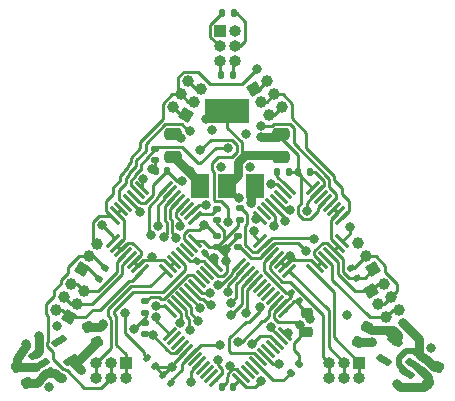
<source format=gbr>
%TF.GenerationSoftware,KiCad,Pcbnew,7.0.0-da2b9df05c~163~ubuntu22.04.1*%
%TF.CreationDate,2023-02-23T13:52:18+03:00*%
%TF.ProjectId,freeeeg16-alpha,66726565-6565-4673-9136-2d616c706861,rev?*%
%TF.SameCoordinates,Original*%
%TF.FileFunction,Copper,L4,Bot*%
%TF.FilePolarity,Positive*%
%FSLAX46Y46*%
G04 Gerber Fmt 4.6, Leading zero omitted, Abs format (unit mm)*
G04 Created by KiCad (PCBNEW 7.0.0-da2b9df05c~163~ubuntu22.04.1) date 2023-02-23 13:52:18*
%MOMM*%
%LPD*%
G01*
G04 APERTURE LIST*
G04 Aperture macros list*
%AMRoundRect*
0 Rectangle with rounded corners*
0 $1 Rounding radius*
0 $2 $3 $4 $5 $6 $7 $8 $9 X,Y pos of 4 corners*
0 Add a 4 corners polygon primitive as box body*
4,1,4,$2,$3,$4,$5,$6,$7,$8,$9,$2,$3,0*
0 Add four circle primitives for the rounded corners*
1,1,$1+$1,$2,$3*
1,1,$1+$1,$4,$5*
1,1,$1+$1,$6,$7*
1,1,$1+$1,$8,$9*
0 Add four rect primitives between the rounded corners*
20,1,$1+$1,$2,$3,$4,$5,0*
20,1,$1+$1,$4,$5,$6,$7,0*
20,1,$1+$1,$6,$7,$8,$9,0*
20,1,$1+$1,$8,$9,$2,$3,0*%
%AMHorizOval*
0 Thick line with rounded ends*
0 $1 width*
0 $2 $3 position (X,Y) of the first rounded end (center of the circle)*
0 $4 $5 position (X,Y) of the second rounded end (center of the circle)*
0 Add line between two ends*
20,1,$1,$2,$3,$4,$5,0*
0 Add two circle primitives to create the rounded ends*
1,1,$1,$2,$3*
1,1,$1,$4,$5*%
%AMRotRect*
0 Rectangle, with rotation*
0 The origin of the aperture is its center*
0 $1 length*
0 $2 width*
0 $3 Rotation angle, in degrees counterclockwise*
0 Add horizontal line*
21,1,$1,$2,0,0,$3*%
G04 Aperture macros list end*
%TA.AperFunction,ComponentPad*%
%ADD10R,1.000000X1.000000*%
%TD*%
%TA.AperFunction,ComponentPad*%
%ADD11O,1.000000X1.000000*%
%TD*%
%TA.AperFunction,ComponentPad*%
%ADD12RotRect,1.000000X1.000000X210.000000*%
%TD*%
%TA.AperFunction,ComponentPad*%
%ADD13HorizOval,1.000000X0.000000X0.000000X0.000000X0.000000X0*%
%TD*%
%TA.AperFunction,ComponentPad*%
%ADD14RotRect,1.000000X1.000000X150.000000*%
%TD*%
%TA.AperFunction,ComponentPad*%
%ADD15HorizOval,1.000000X0.000000X0.000000X0.000000X0.000000X0*%
%TD*%
%TA.AperFunction,SMDPad,CuDef*%
%ADD16RoundRect,0.140000X0.170000X-0.140000X0.170000X0.140000X-0.170000X0.140000X-0.170000X-0.140000X0*%
%TD*%
%TA.AperFunction,SMDPad,CuDef*%
%ADD17RoundRect,0.135000X-0.185000X0.135000X-0.185000X-0.135000X0.185000X-0.135000X0.185000X0.135000X0*%
%TD*%
%TA.AperFunction,SMDPad,CuDef*%
%ADD18RoundRect,0.140000X0.140000X0.170000X-0.140000X0.170000X-0.140000X-0.170000X0.140000X-0.170000X0*%
%TD*%
%TA.AperFunction,SMDPad,CuDef*%
%ADD19RoundRect,0.225000X0.329006X-0.069856X0.104006X0.319856X-0.329006X0.069856X-0.104006X-0.319856X0*%
%TD*%
%TA.AperFunction,SMDPad,CuDef*%
%ADD20RoundRect,0.140000X-0.219203X-0.021213X-0.021213X-0.219203X0.219203X0.021213X0.021213X0.219203X0*%
%TD*%
%TA.AperFunction,SMDPad,CuDef*%
%ADD21RoundRect,0.225000X-0.104006X0.319856X-0.329006X-0.069856X0.104006X-0.319856X0.329006X0.069856X0*%
%TD*%
%TA.AperFunction,SMDPad,CuDef*%
%ADD22RoundRect,0.140000X-0.170000X0.140000X-0.170000X-0.140000X0.170000X-0.140000X0.170000X0.140000X0*%
%TD*%
%TA.AperFunction,SMDPad,CuDef*%
%ADD23RoundRect,0.075000X-0.415425X-0.521491X0.521491X0.415425X0.415425X0.521491X-0.521491X-0.415425X0*%
%TD*%
%TA.AperFunction,SMDPad,CuDef*%
%ADD24RoundRect,0.075000X0.415425X-0.521491X0.521491X-0.415425X-0.415425X0.521491X-0.521491X0.415425X0*%
%TD*%
%TA.AperFunction,SMDPad,CuDef*%
%ADD25RoundRect,0.150000X-0.368838X-0.386154X0.518838X0.126346X0.368838X0.386154X-0.518838X-0.126346X0*%
%TD*%
%TA.AperFunction,ComponentPad*%
%ADD26RotRect,1.000000X1.000000X330.000000*%
%TD*%
%TA.AperFunction,ComponentPad*%
%ADD27HorizOval,1.000000X0.000000X0.000000X0.000000X0.000000X0*%
%TD*%
%TA.AperFunction,SMDPad,CuDef*%
%ADD28R,1.500000X2.000000*%
%TD*%
%TA.AperFunction,SMDPad,CuDef*%
%ADD29R,3.800000X2.000000*%
%TD*%
%TA.AperFunction,SMDPad,CuDef*%
%ADD30RoundRect,0.135000X-0.092715X0.209413X-0.227715X-0.024413X0.092715X-0.209413X0.227715X0.024413X0*%
%TD*%
%TA.AperFunction,SMDPad,CuDef*%
%ADD31RoundRect,0.075000X0.530330X-0.424264X-0.424264X0.530330X-0.530330X0.424264X0.424264X-0.530330X0*%
%TD*%
%TA.AperFunction,SMDPad,CuDef*%
%ADD32RoundRect,0.075000X0.530330X0.424264X0.424264X0.530330X-0.530330X-0.424264X-0.424264X-0.530330X0*%
%TD*%
%TA.AperFunction,SMDPad,CuDef*%
%ADD33RoundRect,0.140000X-0.021213X0.219203X-0.219203X0.021213X0.021213X-0.219203X0.219203X-0.021213X0*%
%TD*%
%TA.AperFunction,SMDPad,CuDef*%
%ADD34RoundRect,0.135000X-0.135000X-0.185000X0.135000X-0.185000X0.135000X0.185000X-0.135000X0.185000X0*%
%TD*%
%TA.AperFunction,SMDPad,CuDef*%
%ADD35RoundRect,0.140000X0.219203X0.021213X0.021213X0.219203X-0.219203X-0.021213X-0.021213X-0.219203X0*%
%TD*%
%TA.AperFunction,SMDPad,CuDef*%
%ADD36RoundRect,0.150000X0.518838X-0.126346X-0.368838X0.386154X-0.518838X0.126346X0.368838X-0.386154X0*%
%TD*%
%TA.AperFunction,SMDPad,CuDef*%
%ADD37RoundRect,0.140000X-0.140000X-0.170000X0.140000X-0.170000X0.140000X0.170000X-0.140000X0.170000X0*%
%TD*%
%TA.AperFunction,SMDPad,CuDef*%
%ADD38RoundRect,0.250000X0.475000X-0.250000X0.475000X0.250000X-0.475000X0.250000X-0.475000X-0.250000X0*%
%TD*%
%TA.AperFunction,SMDPad,CuDef*%
%ADD39RoundRect,0.225000X-0.250000X0.225000X-0.250000X-0.225000X0.250000X-0.225000X0.250000X0.225000X0*%
%TD*%
%TA.AperFunction,SMDPad,CuDef*%
%ADD40RoundRect,0.075000X-0.424264X-0.530330X0.530330X0.424264X0.424264X0.530330X-0.530330X-0.424264X0*%
%TD*%
%TA.AperFunction,SMDPad,CuDef*%
%ADD41RoundRect,0.075000X0.424264X-0.530330X0.530330X-0.424264X-0.424264X0.530330X-0.530330X0.424264X0*%
%TD*%
%TA.AperFunction,SMDPad,CuDef*%
%ADD42RoundRect,0.135000X0.035355X-0.226274X0.226274X-0.035355X-0.035355X0.226274X-0.226274X0.035355X0*%
%TD*%
%TA.AperFunction,SMDPad,CuDef*%
%ADD43RoundRect,0.135000X-0.227715X0.024413X-0.092715X-0.209413X0.227715X-0.024413X0.092715X0.209413X0*%
%TD*%
%TA.AperFunction,ViaPad*%
%ADD44C,0.800000*%
%TD*%
%TA.AperFunction,Conductor*%
%ADD45C,0.750000*%
%TD*%
%TA.AperFunction,Conductor*%
%ADD46C,0.250000*%
%TD*%
%TA.AperFunction,Conductor*%
%ADD47C,0.500000*%
%TD*%
G04 APERTURE END LIST*
D10*
%TO.P,J1,1,Pin_1*%
%TO.N,ACC_5_VDDIO*%
X-624999Y19054999D03*
D11*
%TO.P,J1,2,Pin_2*%
%TO.N,CRYSTAL_4_Vin*%
X644999Y19054999D03*
%TO.P,J1,3,Pin_3*%
%TO.N,MCU_18_PB0_ADC1_SYNC{slash}RESET*%
X-624999Y17784999D03*
%TO.P,J1,4,Pin_4*%
%TO.N,ADC1_16_SYNC{slash}RESET*%
X644999Y17784999D03*
%TO.P,J1,5,Pin_5*%
%TO.N,CRYSTAL_3_OUT*%
X-624999Y16514999D03*
%TO.P,J1,6,Pin_6*%
%TO.N,MCU_5_PDO0_RCC_OSC_IN*%
X644999Y16514999D03*
%TD*%
D12*
%TO.P,J3,1,Pin_1*%
%TO.N,ADC1_02_AIN2N*%
X12344399Y-1099851D03*
D13*
%TO.P,J3,2,Pin_2*%
%TO.N,/J17*%
X11709399Y0D03*
%TO.P,J3,3,Pin_3*%
%TO.N,ADC1_09_AIN6P*%
X11074399Y1099852D03*
%TD*%
D14*
%TO.P,J2,1,Pin_1*%
%TO.N,3V3_2_GND*%
X-12346899Y-1104182D03*
D15*
%TO.P,J2,2,Pin_2*%
%TO.N,/J18*%
X-11711899Y-4330D03*
%TO.P,J2,3,Pin_3*%
%TO.N,ADC1_09_AIN6P*%
X-11076899Y1095521D03*
%TD*%
D16*
%TO.P,C36,1*%
%TO.N,ACC_5_VDDIO*%
X-6985000Y-6576000D03*
%TO.P,C36,2*%
%TO.N,3V3_2_GND*%
X-6985000Y-5616000D03*
%TD*%
D10*
%TO.P,J29,1,Pin_1*%
%TO.N,ADC2_08_AIN5P*%
X11167947Y-9026999D03*
D11*
%TO.P,J29,2,Pin_2*%
X11167947Y-10296999D03*
%TO.P,J29,3,Pin_3*%
%TO.N,ADC2_09_AIN6P*%
X9897947Y-9026999D03*
%TO.P,J29,4,Pin_4*%
X9897947Y-10296999D03*
%TO.P,J29,5,Pin_5*%
%TO.N,ADC2_12_AIN7P*%
X8627947Y-9026999D03*
%TO.P,J29,6,Pin_6*%
X8627947Y-10296999D03*
%TD*%
D10*
%TO.P,J28,1,Pin_1*%
%TO.N,ADC1_29_AIN0P*%
X-8630999Y-9026999D03*
D11*
%TO.P,J28,2,Pin_2*%
X-8630999Y-10296999D03*
%TO.P,J28,3,Pin_3*%
%TO.N,/J18*%
X-9900999Y-9026999D03*
%TO.P,J28,4,Pin_4*%
X-9900999Y-10296999D03*
%TO.P,J28,5,Pin_5*%
%TO.N,ADC1_32_AIN1P*%
X-11170999Y-9026999D03*
%TO.P,J28,6,Pin_6*%
X-11170999Y-10296999D03*
%TD*%
D17*
%TO.P,R6,1*%
%TO.N,MCU_20_PB2_BOOT1*%
X-6985000Y-3808000D03*
%TO.P,R6,2*%
%TO.N,3V3_2_GND*%
X-6985000Y-4828000D03*
%TD*%
D18*
%TO.P,C22,1*%
%TO.N,ADC1_14_REFIN*%
X-5108000Y7239000D03*
%TO.P,C22,2*%
%TO.N,3V3_2_GND*%
X-6068000Y7239000D03*
%TD*%
D12*
%TO.P,J31,1,Pin_1*%
%TO.N,ADC2_04_AIN3P*%
X12133110Y-2961164D03*
D13*
%TO.P,J31,2,Pin_2*%
X13232962Y-2326164D03*
%TO.P,J31,3,Pin_3*%
%TO.N,/J17*%
X12768110Y-4061016D03*
%TO.P,J31,4,Pin_4*%
X13867962Y-3426016D03*
%TO.P,J31,5,Pin_5*%
%TO.N,ADC2_05_AIN4P*%
X13403110Y-5160869D03*
%TO.P,J31,6,Pin_6*%
X14502962Y-4525869D03*
%TD*%
D19*
%TO.P,C3,1*%
%TO.N,3V3_1_IN*%
X-17011500Y-10704170D03*
%TO.P,C3,2*%
%TO.N,3V3_2_GND*%
X-17786500Y-9361830D03*
%TD*%
D20*
%TO.P,C20,1*%
%TO.N,3V3_2_GND*%
X-5419411Y-9998389D03*
%TO.P,C20,2*%
%TO.N,MCU_7_NRST*%
X-4740589Y-10677211D03*
%TD*%
D18*
%TO.P,C35,1*%
%TO.N,ACC_5_VDDIO*%
X480000Y-11049000D03*
%TO.P,C35,2*%
%TO.N,3V3_2_GND*%
X-480000Y-11049000D03*
%TD*%
D21*
%TO.P,C2,1*%
%TO.N,ADC1_15_AVDD*%
X11817500Y-5932830D03*
%TO.P,C2,2*%
%TO.N,3V3_2_GND*%
X11042500Y-7275170D03*
%TD*%
%TO.P,C1,1*%
%TO.N,3V3_1_IN*%
X17786500Y-9361830D03*
%TO.P,C1,2*%
%TO.N,3V3_2_GND*%
X17011500Y-10704170D03*
%TD*%
D22*
%TO.P,C5,1*%
%TO.N,ADC1_15_AVDD*%
X1041400Y4061400D03*
%TO.P,C5,2*%
%TO.N,3V3_2_GND*%
X1041400Y3101400D03*
%TD*%
%TO.P,C11,1*%
%TO.N,ADC1_15_AVDD*%
X-6096000Y9088000D03*
%TO.P,C11,2*%
%TO.N,3V3_2_GND*%
X-6096000Y8128000D03*
%TD*%
D23*
%TO.P,U6,1,VBAT*%
%TO.N,ACC_5_VDDIO*%
X-998788Y-10475876D03*
%TO.P,U6,2,PC13*%
%TO.N,/MCU/2_PC13*%
X-1352342Y-10122322D03*
%TO.P,U6,3,PC14*%
%TO.N,/MCU/3_PC14*%
X-1705895Y-9768769D03*
%TO.P,U6,4,PC15*%
%TO.N,/MCU/4_PC15*%
X-2059449Y-9415215D03*
%TO.P,U6,5,PD0*%
%TO.N,MCU_5_PDO0_RCC_OSC_IN*%
X-2413002Y-9061662D03*
%TO.P,U6,6,PD1*%
%TO.N,/MCU/6_PD1*%
X-2766555Y-8708109D03*
%TO.P,U6,7,NRST*%
%TO.N,MCU_7_NRST*%
X-3120109Y-8354555D03*
%TO.P,U6,8,VSSA*%
%TO.N,3V3_2_GND*%
X-3473662Y-8001002D03*
%TO.P,U6,9,VDDA*%
%TO.N,ACC_5_VDDIO*%
X-3827215Y-7647449D03*
%TO.P,U6,10,PA0*%
%TO.N,/MCU/10_PA0*%
X-4180769Y-7293895D03*
%TO.P,U6,11,PA1*%
%TO.N,/MCU/11_PA1*%
X-4534322Y-6940342D03*
%TO.P,U6,12,PA2*%
%TO.N,MCU_12_PA2_USART2_TX*%
X-4887876Y-6586788D03*
D24*
%TO.P,U6,13,PA3*%
%TO.N,MCU_13_PA3_USART2_RX*%
X-4887876Y-4589212D03*
%TO.P,U6,14,PA4*%
%TO.N,ADC1_17_CS*%
X-4534322Y-4235658D03*
%TO.P,U6,15,PA5*%
%TO.N,ADC1_19_SCLK*%
X-4180769Y-3882105D03*
%TO.P,U6,16,PA6*%
%TO.N,ADC1_20_DOUT*%
X-3827215Y-3528551D03*
%TO.P,U6,17,PA7*%
%TO.N,ADC1_21_DIN*%
X-3473662Y-3174998D03*
%TO.P,U6,18,PB0*%
%TO.N,MCU_18_PB0_ADC1_SYNC{slash}RESET*%
X-3120109Y-2821445D03*
%TO.P,U6,19,PB1*%
%TO.N,ADC1_18_DRDY*%
X-2766555Y-2467891D03*
%TO.P,U6,20,PB2*%
%TO.N,MCU_20_PB2_BOOT1*%
X-2413002Y-2114338D03*
%TO.P,U6,21,PB10*%
%TO.N,/MCU/21_PB10*%
X-2059449Y-1760785D03*
%TO.P,U6,22,PB11*%
%TO.N,/MCU/22_PB11*%
X-1705895Y-1407231D03*
%TO.P,U6,23,VSS*%
%TO.N,3V3_2_GND*%
X-1352342Y-1053678D03*
%TO.P,U6,24,VDD*%
%TO.N,ACC_5_VDDIO*%
X-998788Y-700124D03*
D23*
%TO.P,U6,25,PB12*%
%TO.N,ADC2_17_CS*%
X998788Y-700124D03*
%TO.P,U6,26,PB13*%
%TO.N,ADC2_19_SCLK*%
X1352342Y-1053678D03*
%TO.P,U6,27,PB14*%
%TO.N,ADC2_20_DOUT*%
X1705895Y-1407231D03*
%TO.P,U6,28,PB15*%
%TO.N,ADC2_21_DIN*%
X2059449Y-1760785D03*
%TO.P,U6,29,PA8*%
%TO.N,ADC1_23_XTAL1{slash}CLKIN*%
X2413002Y-2114338D03*
%TO.P,U6,30,PA9*%
%TO.N,/MCU/30_PA9*%
X2766555Y-2467891D03*
%TO.P,U6,31,PA10*%
%TO.N,/MCU/31_PA10*%
X3120109Y-2821445D03*
%TO.P,U6,32,PA11*%
%TO.N,/MCU/32_PA11*%
X3473662Y-3174998D03*
%TO.P,U6,33,PA12*%
%TO.N,/MCU/33_PA12*%
X3827215Y-3528551D03*
%TO.P,U6,34,PA13*%
%TO.N,MCU_34_PA13_SYS_JTMS-SWDIO*%
X4180769Y-3882105D03*
%TO.P,U6,35,VSS*%
%TO.N,3V3_2_GND*%
X4534322Y-4235658D03*
%TO.P,U6,36,VDD*%
%TO.N,ACC_5_VDDIO*%
X4887876Y-4589212D03*
D24*
%TO.P,U6,37,PA14*%
%TO.N,MCU_37_PA14_SYS_JTCK-SWCLK*%
X4887876Y-6586788D03*
%TO.P,U6,38,PA15*%
%TO.N,MCU_38_PA15_SYS_JTDI*%
X4534322Y-6940342D03*
%TO.P,U6,39,PB3*%
%TO.N,MCU_39_PB3_SYS_JTDO-TRACESWO*%
X4180769Y-7293895D03*
%TO.P,U6,40,PB4*%
%TO.N,/MCU/40_PB4*%
X3827215Y-7647449D03*
%TO.P,U6,41,PB5*%
%TO.N,/MCU/41_PB5*%
X3473662Y-8001002D03*
%TO.P,U6,42,PB6*%
%TO.N,ACC_13_SCL*%
X3120109Y-8354555D03*
%TO.P,U6,43,PB7*%
%TO.N,ACC_14_SDA*%
X2766555Y-8708109D03*
%TO.P,U6,44,BOOT0*%
%TO.N,MCU_44_BOOT0*%
X2413002Y-9061662D03*
%TO.P,U6,45,PB8*%
%TO.N,/MCU/45_PB8*%
X2059449Y-9415215D03*
%TO.P,U6,46,PB9*%
%TO.N,/MCU/46_PB9*%
X1705895Y-9768769D03*
%TO.P,U6,47,VSS*%
%TO.N,3V3_2_GND*%
X1352342Y-10122322D03*
%TO.P,U6,48,VDD*%
%TO.N,ACC_5_VDDIO*%
X998788Y-10475876D03*
%TD*%
D16*
%TO.P,C21,1*%
%TO.N,ADC1_14_REFIN*%
X889000Y790000D03*
%TO.P,C21,2*%
%TO.N,3V3_2_GND*%
X889000Y1750000D03*
%TD*%
D25*
%TO.P,U4,1,IN*%
%TO.N,3V3_1_IN*%
X-15242104Y-9900474D03*
%TO.P,U4,2,GND*%
%TO.N,3V3_2_GND*%
X-15717104Y-9077750D03*
%TO.P,U4,3,EN*%
%TO.N,3V3_1_IN*%
X-16192104Y-8255026D03*
%TO.P,U4,4,N/C*%
%TO.N,unconnected-(U4-N{slash}C-Pad4)*%
X-14221896Y-7117526D03*
%TO.P,U4,5,OUT*%
%TO.N,ADC1_26_DVDD*%
X-13271896Y-8762974D03*
%TD*%
D26*
%TO.P,J32,1,Pin_1*%
%TO.N,ADC1_08_AIN5P*%
X-3502111Y11988166D03*
D27*
%TO.P,J32,2,Pin_2*%
X-4601963Y12623166D03*
%TO.P,J32,3,Pin_3*%
%TO.N,ADC1_09_AIN6P*%
X-2867111Y13088018D03*
%TO.P,J32,4,Pin_4*%
X-3966963Y13723018D03*
%TO.P,J32,5,Pin_5*%
%TO.N,ADC1_12_AIN7P*%
X-2232111Y14187871D03*
%TO.P,J32,6,Pin_6*%
X-3331963Y14822871D03*
%TD*%
D28*
%TO.P,U10,1,GND*%
%TO.N,3V3_2_GND*%
X2299999Y5993999D03*
%TO.P,U10,2,VO*%
%TO.N,3V3_5_OUT*%
X0Y5993999D03*
D29*
X0Y12293999D03*
D28*
%TO.P,U10,3,VI*%
%TO.N,3V3_1_IN*%
X-2299999Y5993999D03*
%TD*%
D22*
%TO.P,C12,1*%
%TO.N,/ADC1/24_CAP*%
X-889000Y4036000D03*
%TO.P,C12,2*%
%TO.N,3V3_2_GND*%
X-889000Y3076000D03*
%TD*%
D30*
%TO.P,R8,1*%
%TO.N,/J18*%
X-10387600Y-1006127D03*
%TO.P,R8,2*%
%TO.N,3V3_2_GND*%
X-10897600Y-1889473D03*
%TD*%
D31*
%TO.P,U3,1,AIN2P*%
%TO.N,ADC2_01_AIN2P*%
X9705501Y1278373D03*
%TO.P,U3,2,AIN2N*%
%TO.N,ADC1_02_AIN2N*%
X9351948Y924819D03*
%TO.P,U3,3,AIN3N*%
X8998394Y571266D03*
%TO.P,U3,4,AIN3P*%
%TO.N,ADC2_04_AIN3P*%
X8644841Y217713D03*
%TO.P,U3,5,AIN4P*%
%TO.N,ADC2_05_AIN4P*%
X8291287Y-135841D03*
%TO.P,U3,6,AIN4N*%
%TO.N,ADC1_02_AIN2N*%
X7937734Y-489394D03*
%TO.P,U3,7,AIN5N*%
X7584181Y-842948D03*
%TO.P,U3,8,AIN5P*%
%TO.N,ADC2_08_AIN5P*%
X7230627Y-1196501D03*
D32*
%TO.P,U3,9,AIN6P*%
%TO.N,ADC2_09_AIN6P*%
X5215373Y-1196501D03*
%TO.P,U3,10,AIN6N*%
%TO.N,ADC1_02_AIN2N*%
X4861819Y-842948D03*
%TO.P,U3,11,AIN7N*%
X4508266Y-489394D03*
%TO.P,U3,12,AIN7P*%
%TO.N,ADC2_12_AIN7P*%
X4154713Y-135841D03*
%TO.P,U3,13,AGND*%
%TO.N,3V3_2_GND*%
X3801159Y217713D03*
%TO.P,U3,14,REFIN*%
%TO.N,ADC1_14_REFIN*%
X3447606Y571266D03*
%TO.P,U3,15,AVDD*%
%TO.N,ADC1_15_AVDD*%
X3094052Y924819D03*
%TO.P,U3,16,SYNC/RESET*%
%TO.N,ADC1_16_SYNC{slash}RESET*%
X2740499Y1278373D03*
D31*
%TO.P,U3,17,CS*%
%TO.N,ADC2_17_CS*%
X2740499Y3293627D03*
%TO.P,U3,18,DRDY*%
%TO.N,ADC2_18_DRDY*%
X3094052Y3647181D03*
%TO.P,U3,19,SCLK*%
%TO.N,ADC2_19_SCLK*%
X3447606Y4000734D03*
%TO.P,U3,20,DOUT*%
%TO.N,ADC2_20_DOUT*%
X3801159Y4354287D03*
%TO.P,U3,21,DIN*%
%TO.N,ADC2_21_DIN*%
X4154713Y4707841D03*
%TO.P,U3,22,XTAL2*%
%TO.N,/ADC2/22_XTAL2*%
X4508266Y5061394D03*
%TO.P,U3,23,XTAL1/CLKIN*%
%TO.N,ADC1_23_XTAL1{slash}CLKIN*%
X4861819Y5414948D03*
%TO.P,U3,24,CAP*%
%TO.N,/ADC2/24_CAP*%
X5215373Y5768501D03*
D32*
%TO.P,U3,25,DGND*%
%TO.N,3V3_2_GND*%
X7230627Y5768501D03*
%TO.P,U3,26,DVDD*%
%TO.N,ADC1_26_DVDD*%
X7584181Y5414948D03*
%TO.P,U3,27,NC*%
%TO.N,/ADC2/27_NC*%
X7937734Y5061394D03*
%TO.P,U3,28,AGND*%
%TO.N,3V3_2_GND*%
X8291287Y4707841D03*
%TO.P,U3,29,AIN0P*%
%TO.N,ADC2_29_AIN0P*%
X8644841Y4354287D03*
%TO.P,U3,30,AIN0N*%
%TO.N,ADC1_02_AIN2N*%
X8998394Y4000734D03*
%TO.P,U3,31,AIN1N*%
X9351948Y3647181D03*
%TO.P,U3,32,AIN1P*%
%TO.N,ADC2_32_AIN1P*%
X9705501Y3293627D03*
%TD*%
D33*
%TO.P,C33,1*%
%TO.N,ACC_5_VDDIO*%
X-1905000Y254000D03*
%TO.P,C33,2*%
%TO.N,3V3_2_GND*%
X-2583822Y-424822D03*
%TD*%
D19*
%TO.P,C4,1*%
%TO.N,ADC1_26_DVDD*%
X-11042500Y-7275170D03*
%TO.P,C4,2*%
%TO.N,3V3_2_GND*%
X-11817500Y-5932830D03*
%TD*%
D12*
%TO.P,J33,1,Pin_1*%
%TO.N,ADC2_29_AIN0P*%
X2233636Y14185226D03*
D13*
%TO.P,J33,2,Pin_2*%
X3333488Y14820226D03*
%TO.P,J33,3,Pin_3*%
%TO.N,ADC2_32_AIN1P*%
X2868636Y13085374D03*
%TO.P,J33,4,Pin_4*%
X3968488Y13720374D03*
%TO.P,J33,5,Pin_5*%
%TO.N,ADC2_01_AIN2P*%
X3503636Y11985521D03*
%TO.P,J33,6,Pin_6*%
X4603488Y12620521D03*
%TD*%
D34*
%TO.P,R4,1*%
%TO.N,CRYSTAL_3_OUT*%
X-510000Y15367000D03*
%TO.P,R4,2*%
%TO.N,MCU_5_PDO0_RCC_OSC_IN*%
X510000Y15367000D03*
%TD*%
D35*
%TO.P,C41,1*%
%TO.N,3V3_2_GND*%
X-6162989Y-9280211D03*
%TO.P,C41,2*%
%TO.N,RADIO_8_GPIO9*%
X-6841811Y-8601389D03*
%TD*%
D36*
%TO.P,U7,1,IN*%
%TO.N,3V3_1_IN*%
X16192104Y-8255026D03*
%TO.P,U7,2,GND*%
%TO.N,3V3_2_GND*%
X15717104Y-9077750D03*
%TO.P,U7,3,EN*%
%TO.N,3V3_1_IN*%
X15242104Y-9900474D03*
%TO.P,U7,4,N/C*%
%TO.N,unconnected-(U7-N{slash}C-Pad4)*%
X13271896Y-8762974D03*
%TO.P,U7,5,OUT*%
%TO.N,ADC1_15_AVDD*%
X14221896Y-7117526D03*
%TD*%
D26*
%TO.P,J30,1,Pin_1*%
%TO.N,ADC1_01_AIN2P*%
X-13401585Y-5158224D03*
D27*
%TO.P,J30,2,Pin_2*%
X-14501437Y-4523224D03*
%TO.P,J30,3,Pin_3*%
%TO.N,ADC1_04_AIN3P*%
X-12766585Y-4058372D03*
%TO.P,J30,4,Pin_4*%
X-13866437Y-3423372D03*
%TO.P,J30,5,Pin_5*%
%TO.N,ADC1_05_AIN4P*%
X-12131585Y-2958519D03*
%TO.P,J30,6,Pin_6*%
X-13231437Y-2323519D03*
%TD*%
D37*
%TO.P,C6,1*%
%TO.N,/ADC2/24_CAP*%
X4219000Y7112000D03*
%TO.P,C6,2*%
%TO.N,3V3_2_GND*%
X5179000Y7112000D03*
%TD*%
D38*
%TO.P,C16,1*%
%TO.N,3V3_1_IN*%
X-4572000Y8448000D03*
%TO.P,C16,2*%
%TO.N,3V3_2_GND*%
X-4572000Y10348000D03*
%TD*%
D22*
%TO.P,C13,1*%
%TO.N,ADC1_26_DVDD*%
X-889000Y1750000D03*
%TO.P,C13,2*%
%TO.N,3V3_2_GND*%
X-889000Y790000D03*
%TD*%
D39*
%TO.P,C32,1*%
%TO.N,ACC_5_VDDIO*%
X6731000Y-4813000D03*
%TO.P,C32,2*%
%TO.N,3V3_2_GND*%
X6731000Y-6363000D03*
%TD*%
D35*
%TO.P,C34,1*%
%TO.N,ACC_5_VDDIO*%
X6054411Y-3810000D03*
%TO.P,C34,2*%
%TO.N,3V3_2_GND*%
X5375589Y-3131178D03*
%TD*%
D40*
%TO.P,U8,1,AIN2P*%
%TO.N,ADC1_01_AIN2P*%
X-7230627Y-1196501D03*
%TO.P,U8,2,AIN2N*%
%TO.N,ADC1_02_AIN2N*%
X-7584181Y-842948D03*
%TO.P,U8,3,AIN3N*%
X-7937734Y-489394D03*
%TO.P,U8,4,AIN3P*%
%TO.N,ADC1_04_AIN3P*%
X-8291287Y-135841D03*
%TO.P,U8,5,AIN4P*%
%TO.N,ADC1_05_AIN4P*%
X-8644841Y217713D03*
%TO.P,U8,6,AIN4N*%
%TO.N,ADC1_02_AIN2N*%
X-8998394Y571266D03*
%TO.P,U8,7,AIN5N*%
X-9351948Y924819D03*
%TO.P,U8,8,AIN5P*%
%TO.N,ADC1_08_AIN5P*%
X-9705501Y1278373D03*
D41*
%TO.P,U8,9,AIN6P*%
%TO.N,ADC1_09_AIN6P*%
X-9705501Y3293627D03*
%TO.P,U8,10,AIN6N*%
%TO.N,ADC1_02_AIN2N*%
X-9351948Y3647181D03*
%TO.P,U8,11,AIN7N*%
X-8998394Y4000734D03*
%TO.P,U8,12,AIN7P*%
%TO.N,ADC1_12_AIN7P*%
X-8644841Y4354287D03*
%TO.P,U8,13,AGND*%
%TO.N,3V3_2_GND*%
X-8291287Y4707841D03*
%TO.P,U8,14,REFIN*%
%TO.N,ADC1_14_REFIN*%
X-7937734Y5061394D03*
%TO.P,U8,15,AVDD*%
%TO.N,ADC1_15_AVDD*%
X-7584181Y5414948D03*
%TO.P,U8,16,SYNC/RESET*%
%TO.N,ADC1_16_SYNC{slash}RESET*%
X-7230627Y5768501D03*
D40*
%TO.P,U8,17,CS*%
%TO.N,ADC1_17_CS*%
X-5215373Y5768501D03*
%TO.P,U8,18,DRDY*%
%TO.N,ADC1_18_DRDY*%
X-4861819Y5414948D03*
%TO.P,U8,19,SCLK*%
%TO.N,ADC1_19_SCLK*%
X-4508266Y5061394D03*
%TO.P,U8,20,DOUT*%
%TO.N,ADC1_20_DOUT*%
X-4154713Y4707841D03*
%TO.P,U8,21,DIN*%
%TO.N,ADC1_21_DIN*%
X-3801159Y4354287D03*
%TO.P,U8,22,XTAL2*%
%TO.N,/ADC1/22_XTAL2*%
X-3447606Y4000734D03*
%TO.P,U8,23,XTAL1/CLKIN*%
%TO.N,ADC1_23_XTAL1{slash}CLKIN*%
X-3094052Y3647181D03*
%TO.P,U8,24,CAP*%
%TO.N,/ADC1/24_CAP*%
X-2740499Y3293627D03*
D41*
%TO.P,U8,25,DGND*%
%TO.N,3V3_2_GND*%
X-2740499Y1278373D03*
%TO.P,U8,26,DVDD*%
%TO.N,ADC1_26_DVDD*%
X-3094052Y924819D03*
%TO.P,U8,27,NC*%
%TO.N,/ADC1/27_NC*%
X-3447606Y571266D03*
%TO.P,U8,28,AGND*%
%TO.N,3V3_2_GND*%
X-3801159Y217713D03*
%TO.P,U8,29,AIN0P*%
%TO.N,ADC1_29_AIN0P*%
X-4154713Y-135841D03*
%TO.P,U8,30,AIN0N*%
%TO.N,ADC1_02_AIN2N*%
X-4508266Y-489394D03*
%TO.P,U8,31,AIN1N*%
X-4861819Y-842948D03*
%TO.P,U8,32,AIN1P*%
%TO.N,ADC1_32_AIN1P*%
X-5215373Y-1196501D03*
%TD*%
D18*
%TO.P,C7,1*%
%TO.N,ADC1_26_DVDD*%
X6957000Y7112000D03*
%TO.P,C7,2*%
%TO.N,3V3_2_GND*%
X5997000Y7112000D03*
%TD*%
D42*
%TO.P,R5,1*%
%TO.N,MCU_44_BOOT0*%
X5354376Y-9834824D03*
%TO.P,R5,2*%
%TO.N,3V3_2_GND*%
X6075624Y-9113576D03*
%TD*%
D34*
%TO.P,R2,1*%
%TO.N,MCU_18_PB0_ADC1_SYNC{slash}RESET*%
X-492000Y20574000D03*
%TO.P,R2,2*%
%TO.N,ADC1_16_SYNC{slash}RESET*%
X528000Y20574000D03*
%TD*%
D43*
%TO.P,R10,1*%
%TO.N,/J17*%
X10463800Y-955327D03*
%TO.P,R10,2*%
%TO.N,ADC1_02_AIN2N*%
X10973800Y-1838673D03*
%TD*%
D38*
%TO.P,C17,1*%
%TO.N,3V3_5_OUT*%
X4572000Y8448000D03*
%TO.P,C17,2*%
%TO.N,3V3_2_GND*%
X4572000Y10348000D03*
%TD*%
D44*
%TO.N,3V3_5_OUT*%
X952855Y4940900D03*
%TO.N,3V3_2_GND*%
X-10577904Y-5682256D03*
%TO.N,3V3_1_IN*%
X-3167720Y7207999D03*
X-13987908Y-10303090D03*
X-15964500Y-6705600D03*
X14823166Y-5607300D03*
%TO.N,ADC1_15_AVDD*%
X7342072Y1466090D03*
X17224809Y-7774246D03*
X57669Y9170799D03*
X14479264Y-6658590D03*
%TO.N,ADC1_26_DVDD*%
X-1981200Y2641600D03*
X-12368202Y-9654691D03*
X6716707Y3884418D03*
%TO.N,ADC1_14_REFIN*%
X-3844068Y6384068D03*
X6631839Y474212D03*
X10102741Y-4966605D03*
X-587663Y7599508D03*
%TO.N,ACC_5_VDDIO*%
X-6298133Y-6679133D03*
X-806128Y-8764200D03*
X-1099694Y-121403D03*
X7023056Y-5311845D03*
X-14457301Y-5911133D03*
X2844046Y-10517304D03*
%TO.N,ADC2_01_AIN2P*%
X10349900Y2474505D03*
%TO.N,ADC2_17_CS*%
X-812967Y-2405237D03*
X2417436Y3146105D03*
%TO.N,ADC2_29_AIN0P*%
X2873887Y11080071D03*
%TO.N,ADC1_02_AIN2N*%
X-6426200Y-50800D03*
X5334000Y50800D03*
X1873598Y7594734D03*
%TO.N,ADC1_08_AIN5P*%
X-10622859Y2653900D03*
%TO.N,ADC1_09_AIN6P*%
X2463800Y15849600D03*
%TO.N,ADC1_12_AIN7P*%
X-3149600Y10617200D03*
%TO.N,ADC1_16_SYNC{slash}RESET*%
X2248115Y2159000D03*
X1575177Y10338177D03*
X-7142067Y6599500D03*
%TO.N,ADC1_17_CS*%
X-3986395Y-5595707D03*
X-6500993Y1778000D03*
%TO.N,ADC1_18_DRDY*%
X-5883425Y2581501D03*
X-1515793Y-3115899D03*
%TO.N,ADC1_19_SCLK*%
X-3196554Y-6204685D03*
X-5384777Y1687311D03*
%TO.N,ADC1_23_XTAL1{slash}CLKIN*%
X1532753Y-4758553D03*
X3649502Y6107631D03*
X-1792100Y4338298D03*
%TO.N,3V3_2_GND*%
X-3943752Y10010300D03*
X14351000Y-10795000D03*
X-7878847Y-6168372D03*
X-17017009Y-7454768D03*
X254000Y-9271000D03*
X-15113000Y-11030000D03*
X12274293Y-7212197D03*
X-140000Y600500D03*
X-7402127Y3747685D03*
X2815280Y10079859D03*
X2006600Y4551933D03*
X6156471Y-5830636D03*
X-126805Y-350515D03*
X-6396854Y7412854D03*
X-4703049Y-9386346D03*
%TO.N,3V3_5_OUT*%
X-1828339Y11676570D03*
%TO.N,MCU_7_NRST*%
X-624999Y-7471002D03*
%TO.N,MCU_34_PA13_SYS_JTMS-SWDIO*%
X867897Y-7242595D03*
%TO.N,MCU_37_PA14_SYS_JTCK-SWCLK*%
X5143567Y-6489633D03*
%TO.N,ADC1_20_DOUT*%
X-4395052Y1547848D03*
X-2533936Y-5456391D03*
%TO.N,ADC1_21_DIN*%
X-3984924Y2578666D03*
X-2343219Y-4343400D03*
%TO.N,ADC2_19_SCLK*%
X24571Y-2972145D03*
X3976864Y2568386D03*
%TO.N,ADC2_20_DOUT*%
X4895219Y3013733D03*
X285411Y-3937012D03*
%TO.N,ADC2_21_DIN*%
X5265859Y3944378D03*
X337744Y-4935144D03*
%TO.N,MCU_38_PA15_SYS_JTDI*%
X3709418Y-6013573D03*
%TO.N,MCU_39_PB3_SYS_JTDO-TRACESWO*%
X2083941Y-7409134D03*
%TO.N,MCU_5_PDO0_RCC_OSC_IN*%
X-3098800Y-10608059D03*
X-1345449Y10692649D03*
%TO.N,ACC_13_SCL*%
X4378065Y-9102465D03*
%TO.N,ACC_14_SDA*%
X2726877Y-4290223D03*
%TO.N,RADIO_8_GPIO9*%
X-8672118Y-4817203D03*
%TO.N,MCU_12_PA2_USART2_TX*%
X-6045200Y-5156200D03*
%TO.N,MCU_13_PA3_USART2_RX*%
X-6072303Y-4157065D03*
%TO.N,MCU_18_PB0_ADC1_SYNC{slash}RESET*%
X-2325545Y8989485D03*
X-1372544Y-4105083D03*
X50800Y2895600D03*
%TD*%
D45*
%TO.N,3V3_2_GND*%
X4303859Y10079859D02*
X2815280Y10079859D01*
X4572000Y10348000D02*
X4303859Y10079859D01*
D46*
X5997000Y7112000D02*
X5997000Y8561173D01*
X4478314Y10079859D02*
X2815280Y10079859D01*
X5997000Y8561173D02*
X4478314Y10079859D01*
%TO.N,MCU_18_PB0_ADC1_SYNC{slash}RESET*%
X782169Y8870701D02*
X782169Y9470897D01*
%TO.N,3V3_5_OUT*%
X1085804Y7079804D02*
X0Y5994000D01*
%TO.N,ADC1_15_AVDD*%
X-3858827Y9273000D02*
X-2459827Y7874000D01*
X-2286000Y7874000D02*
X-989201Y9170799D01*
%TO.N,ADC2_29_AIN0P*%
X8610957Y6582906D02*
X5622000Y9571863D01*
%TO.N,MCU_18_PB0_ADC1_SYNC{slash}RESET*%
X50800Y2895600D02*
X50800Y4106202D01*
X50800Y4106202D02*
X-511998Y4669000D01*
X357767Y8446299D02*
X782169Y8870701D01*
X-1075000Y4669000D02*
X-1143000Y4737000D01*
X-1143000Y4737000D02*
X-1143000Y7130247D01*
X782169Y9470897D02*
X357767Y9895299D01*
X357767Y9895299D02*
X-1419731Y9895299D01*
D45*
%TO.N,3V3_5_OUT*%
X886392Y7985680D02*
X886392Y6880392D01*
D46*
%TO.N,ADC2_29_AIN0P*%
X3765898Y11080071D02*
X2873887Y11080071D01*
X5622000Y9571863D02*
X5622000Y10888000D01*
X5622000Y10888000D02*
X5275501Y11234499D01*
X3920326Y11234499D02*
X3765898Y11080071D01*
%TO.N,ADC1_15_AVDD*%
X-2459827Y7874000D02*
X-2286000Y7874000D01*
%TO.N,MCU_18_PB0_ADC1_SYNC{slash}RESET*%
X-511998Y4669000D02*
X-1075000Y4669000D01*
D45*
%TO.N,3V3_5_OUT*%
X4440441Y8579559D02*
X1480271Y8579559D01*
X4572000Y8448000D02*
X4440441Y8579559D01*
D46*
%TO.N,ADC1_15_AVDD*%
X-989201Y9170799D02*
X57669Y9170799D01*
%TO.N,MCU_18_PB0_ADC1_SYNC{slash}RESET*%
X-1312163Y7299410D02*
X-1312163Y7899606D01*
X-1419731Y9895299D02*
X-2325545Y8989485D01*
%TO.N,ADC2_29_AIN0P*%
X8644841Y4354287D02*
X9221617Y4931063D01*
%TO.N,ADC1_15_AVDD*%
X-5911000Y9273000D02*
X-3858827Y9273000D01*
%TO.N,3V3_5_OUT*%
X0Y12294000D02*
X0Y10888756D01*
%TO.N,ADC2_29_AIN0P*%
X8610957Y5908451D02*
X8610957Y6582906D01*
%TO.N,3V3_5_OUT*%
X1231670Y8684512D02*
X1085804Y8538646D01*
%TO.N,ADC2_29_AIN0P*%
X9221617Y5297791D02*
X8610957Y5908451D01*
X9221617Y4931063D02*
X9221617Y5297791D01*
D45*
%TO.N,3V3_5_OUT*%
X886392Y6880392D02*
X0Y5994000D01*
D46*
X0Y10888756D02*
X1231670Y9657086D01*
X1231670Y9657086D02*
X1231670Y8684512D01*
D45*
X1480271Y8579559D02*
X886392Y7985680D01*
D46*
%TO.N,ADC1_15_AVDD*%
X-6096000Y9088000D02*
X-5911000Y9273000D01*
%TO.N,ADC2_29_AIN0P*%
X5275501Y11234499D02*
X3920326Y11234499D01*
%TO.N,3V3_5_OUT*%
X1085804Y8538646D02*
X1085804Y7079804D01*
%TO.N,MCU_18_PB0_ADC1_SYNC{slash}RESET*%
X-765470Y8446299D02*
X357767Y8446299D01*
X-1312163Y7899606D02*
X-765470Y8446299D01*
X-1143000Y7130247D02*
X-1312163Y7299410D01*
%TO.N,3V3_5_OUT*%
X952855Y5041145D02*
X0Y5994000D01*
X952855Y4940900D02*
X952855Y5041145D01*
%TO.N,ADC1_12_AIN7P*%
X-8644841Y4354287D02*
X-9221617Y4931063D01*
X-9221617Y5636677D02*
X-8610458Y6247836D01*
X-8610458Y6247836D02*
X-8610458Y6636076D01*
X-8610458Y6636076D02*
X-8316068Y6930466D01*
X-8316068Y7085787D02*
X-7747000Y7654855D01*
X-8316068Y6930466D02*
X-8316068Y7085787D01*
X-6916499Y8957811D02*
X-6916499Y9541674D01*
X-5285173Y11173000D02*
X-3858827Y11173000D01*
X-3858827Y11173000D02*
X-3303027Y10617200D01*
X-3303027Y10617200D02*
X-3149600Y10617200D01*
%TO.N,3V3_2_GND*%
X-4572000Y10348000D02*
X-4281452Y10348000D01*
X-4281452Y10348000D02*
X-3943752Y10010300D01*
%TO.N,ADC1_12_AIN7P*%
X-6916499Y9541674D02*
X-5285173Y11173000D01*
X-9221617Y4931063D02*
X-9221617Y5636677D01*
X-7747000Y8127310D02*
X-6916499Y8957811D01*
X-7747000Y7654855D02*
X-7747000Y8127310D01*
D45*
%TO.N,3V3_2_GND*%
X17011500Y-10704170D02*
X17011500Y-10222867D01*
X17011500Y-10222867D02*
X16400270Y-9611637D01*
X17011500Y-10704170D02*
X16660670Y-11055000D01*
X16660670Y-11055000D02*
X14611000Y-11055000D01*
X14611000Y-11055000D02*
X14351000Y-10795000D01*
%TO.N,3V3_1_IN*%
X16192104Y-8255026D02*
X16397008Y-8459930D01*
X16397008Y-8459930D02*
X16858514Y-8726379D01*
X16858514Y-8726379D02*
X17493965Y-9361830D01*
X17493965Y-9361830D02*
X17786500Y-9361830D01*
X14823166Y-5607300D02*
X16192104Y-6976238D01*
X16192104Y-6976238D02*
X16192104Y-8255026D01*
%TO.N,ADC1_15_AVDD*%
X14479264Y-6658590D02*
X14057871Y-6237197D01*
X14057871Y-6237197D02*
X12121867Y-6237197D01*
X12121867Y-6237197D02*
X11817500Y-5932830D01*
X14479264Y-6658590D02*
X14479264Y-6860158D01*
X14479264Y-6860158D02*
X14221896Y-7117526D01*
%TO.N,3V3_2_GND*%
X12274293Y-7212197D02*
X11105473Y-7212197D01*
X11105473Y-7212197D02*
X11042500Y-7275170D01*
X-17786500Y-9361830D02*
X-17779243Y-9369087D01*
X-17779243Y-9369087D02*
X-16174449Y-9369087D01*
%TO.N,ADC1_26_DVDD*%
X-13271896Y-8762974D02*
X-12530304Y-8762974D01*
X-12530304Y-8762974D02*
X-11042500Y-7275170D01*
X-13271896Y-8762974D02*
X-13259919Y-8762974D01*
X-13259919Y-8762974D02*
X-12368202Y-9654691D01*
%TO.N,3V3_1_IN*%
X-13987908Y-10303090D02*
X-14165391Y-10303090D01*
X-14165391Y-10303090D02*
X-14568007Y-9900474D01*
X-14568007Y-9900474D02*
X-15242104Y-9900474D01*
X-17011500Y-10704170D02*
X-16166029Y-10704170D01*
X-16166029Y-10704170D02*
X-15362333Y-9900474D01*
X-15362333Y-9900474D02*
X-15242104Y-9900474D01*
%TO.N,3V3_2_GND*%
X-17017009Y-7454768D02*
X-17017009Y-7590398D01*
X-17017009Y-7590398D02*
X-17325831Y-7899220D01*
X-17325831Y-7899220D02*
X-17786500Y-8697122D01*
X-17786500Y-8697122D02*
X-17786500Y-9361830D01*
%TO.N,3V3_1_IN*%
X-15964500Y-6705600D02*
X-15964500Y-8027422D01*
X-15964500Y-8027422D02*
X-16192104Y-8255026D01*
D46*
%TO.N,ADC1_29_AIN0P*%
X-3577936Y-1140980D02*
X-5416455Y-2979499D01*
X-9618901Y-4594303D02*
X-9618901Y-4849811D01*
X-9618901Y-4849811D02*
X-9468599Y-5000113D01*
%TO.N,ADC1_32_AIN1P*%
X-9918100Y-5186302D02*
X-10123271Y-4981131D01*
X-10123271Y-4462983D02*
X-8190286Y-2529998D01*
%TO.N,ADC1_29_AIN0P*%
X-9468599Y-5000113D02*
X-9468599Y-5131273D01*
X-8004097Y-2979499D02*
X-9618901Y-4594303D01*
X-4154713Y-135841D02*
X-3577936Y-712618D01*
X-9468599Y-5131273D02*
X-9403903Y-5195969D01*
X-9403903Y-5195969D02*
X-9403903Y-7504097D01*
%TO.N,ADC1_32_AIN1P*%
X-9853404Y-7709404D02*
X-9853404Y-5382158D01*
X-9918100Y-5317462D02*
X-9918100Y-5186302D01*
%TO.N,ADC1_29_AIN0P*%
X-8631000Y-8277000D02*
X-8631000Y-9027000D01*
X-3577936Y-712618D02*
X-3577936Y-1140980D01*
X-5416455Y-2979499D02*
X-8004097Y-2979499D01*
X-9403903Y-7504097D02*
X-8631000Y-8277000D01*
%TO.N,ADC1_32_AIN1P*%
X-8190286Y-2529998D02*
X-6548870Y-2529998D01*
X-10123271Y-4981131D02*
X-10123271Y-4462983D01*
X-9853404Y-5382158D02*
X-9918100Y-5317462D01*
D45*
%TO.N,3V3_2_GND*%
X-10828478Y-5932830D02*
X-10577904Y-5682256D01*
D46*
%TO.N,ADC1_32_AIN1P*%
X-11171000Y-9027000D02*
X-9853404Y-7709404D01*
D45*
%TO.N,3V3_2_GND*%
X-11817500Y-5932830D02*
X-10828478Y-5932830D01*
D46*
%TO.N,ADC1_32_AIN1P*%
X-6548870Y-2529998D02*
X-5215373Y-1196501D01*
%TO.N,RADIO_8_GPIO9*%
X-6841811Y-8601389D02*
X-7094176Y-8349024D01*
X-8672118Y-6516376D02*
X-8672118Y-4817203D01*
X-7094176Y-8349024D02*
X-7094176Y-8094318D01*
X-7094176Y-8094318D02*
X-8672118Y-6516376D01*
D45*
%TO.N,3V3_2_GND*%
X2006600Y5700600D02*
X2006600Y4551933D01*
X2300000Y5994000D02*
X2006600Y5700600D01*
D46*
%TO.N,3V3_5_OUT*%
X0Y5994000D02*
X717567Y5276433D01*
%TO.N,ADC1_23_XTAL1{slash}CLKIN*%
X-3094052Y3647181D02*
X-2402935Y4338298D01*
X-2402935Y4338298D02*
X-1792100Y4338298D01*
%TO.N,3V3_2_GND*%
X8291287Y4707841D02*
X7691524Y4108078D01*
X5992207Y3640886D02*
X5991880Y3641213D01*
X6196679Y6912321D02*
X5997000Y7112000D01*
X5992207Y3584320D02*
X5992207Y3640886D01*
X5989439Y4243850D02*
X5989439Y4275080D01*
X5989439Y4275080D02*
X6196679Y4482320D01*
X7691524Y3830611D02*
X7020831Y3159918D01*
X7020831Y3159918D02*
X6416609Y3159918D01*
X5991880Y4241409D02*
X5989439Y4243850D01*
X6196679Y4482320D02*
X6196679Y6912321D01*
%TO.N,ADC1_26_DVDD*%
X6716707Y4547474D02*
X6716707Y3884418D01*
%TO.N,3V3_2_GND*%
X6416609Y3159918D02*
X5992207Y3584320D01*
X5991880Y3641213D02*
X5991880Y4241409D01*
X7691524Y4108078D02*
X7691524Y3830611D01*
%TO.N,ADC1_26_DVDD*%
X7584181Y5414948D02*
X6716707Y4547474D01*
%TO.N,3V3_2_GND*%
X12274293Y-7138429D02*
X12274293Y-7212197D01*
X12243320Y-7107456D02*
X12274293Y-7138429D01*
%TO.N,ACC_13_SCL*%
X3120109Y-8354555D02*
X3868019Y-9102465D01*
X3868019Y-9102465D02*
X4378065Y-9102465D01*
D47*
%TO.N,ADC1_15_AVDD*%
X11817500Y-5932830D02*
X11995540Y-6110870D01*
X11995540Y-6110870D02*
X13215240Y-6110870D01*
X13215240Y-6110870D02*
X14221896Y-7117526D01*
%TO.N,3V3_1_IN*%
X16192104Y-8255026D02*
X15984795Y-8047717D01*
X15984795Y-8047717D02*
X15081562Y-8047717D01*
X15081562Y-8047717D02*
X14554387Y-8574892D01*
X14554387Y-8574892D02*
X14554387Y-9212757D01*
X14554387Y-9212757D02*
X15242104Y-9900474D01*
%TO.N,3V3_2_GND*%
X17011500Y-10704170D02*
X17011500Y-10372146D01*
X17011500Y-10372146D02*
X15717104Y-9077750D01*
D46*
%TO.N,/J18*%
X-13496461Y-1421816D02*
X-13496461Y-928098D01*
X-14757400Y-8057892D02*
X-15250472Y-7564820D01*
X-14757400Y-8721131D02*
X-14757400Y-8057892D01*
X-15250472Y-7564820D02*
X-15250472Y-7310981D01*
X-14056438Y-1981793D02*
X-13496461Y-1421816D01*
X-15250472Y-7310981D02*
X-15214600Y-7177106D01*
X-15214600Y-7177106D02*
X-15214600Y-5003800D01*
X-15326438Y-4891962D02*
X-15326438Y-3987800D01*
X-15326438Y-3987800D02*
X-14691438Y-3352800D01*
X-14691438Y-3352800D02*
X-14691438Y-2895600D01*
X-14691438Y-2895600D02*
X-14056438Y-2260600D01*
X-13496461Y-928098D02*
X-12572694Y-4331D01*
X-12572694Y-4331D02*
X-11711900Y-4331D01*
X-15214600Y-5003800D02*
X-15326438Y-4891962D01*
X-13909723Y-9568808D02*
X-14757400Y-8721131D01*
X-13619946Y-9646454D02*
X-13909723Y-9568808D01*
X-12144400Y-11122000D02*
X-13619946Y-9646454D01*
X-14056438Y-2260600D02*
X-14056438Y-1981793D01*
X-10726000Y-11122000D02*
X-12144400Y-11122000D01*
X-9901000Y-10297000D02*
X-10726000Y-11122000D01*
D47*
%TO.N,3V3_2_GND*%
X-17786500Y-9361830D02*
X-16001184Y-9361830D01*
X-16001184Y-9361830D02*
X-15717104Y-9077750D01*
D46*
%TO.N,ADC1_09_AIN6P*%
X-9059959Y6822265D02*
X-9059959Y6434025D01*
%TO.N,ADC1_15_AVDD*%
X-6847998Y8343611D02*
X-6103609Y9088000D01*
X-7866567Y6738433D02*
X-7866567Y6899598D01*
X-8160957Y6444043D02*
X-7866567Y6738433D01*
%TO.N,ADC1_09_AIN6P*%
X-3966964Y13723019D02*
X-4674070Y13723019D01*
X-8765569Y7116655D02*
X-9059959Y6822265D01*
X-4674070Y13723019D02*
X-5470864Y12926225D01*
%TO.N,ADC1_15_AVDD*%
X-6103609Y9088000D02*
X-6096000Y9088000D01*
%TO.N,ADC1_09_AIN6P*%
X-8765569Y7271976D02*
X-8765569Y7116655D01*
X-10282278Y3870404D02*
X-9705501Y3293627D01*
X-7366499Y9727364D02*
X-7366499Y9143501D01*
X-8196501Y7984488D02*
X-8461002Y7719987D01*
%TO.N,ADC1_15_AVDD*%
X-8160957Y5991724D02*
X-8160957Y6444043D01*
%TO.N,ADC1_16_SYNC{slash}RESET*%
X-7230627Y6510940D02*
X-7142067Y6599500D01*
%TO.N,ADC1_15_AVDD*%
X-6847998Y8263622D02*
X-6847998Y8343611D01*
%TO.N,ADC1_16_SYNC{slash}RESET*%
X-7230627Y5768501D02*
X-7230627Y6510940D01*
%TO.N,ADC1_09_AIN6P*%
X-8196501Y8313499D02*
X-8196501Y7984488D01*
%TO.N,ADC1_15_AVDD*%
X-7584181Y5414948D02*
X-8160957Y5991724D01*
%TO.N,ADC1_09_AIN6P*%
X-8461002Y7576543D02*
X-8765569Y7271976D01*
X-10282278Y4703722D02*
X-10282278Y3870404D01*
X-5470864Y12926225D02*
X-5470864Y11623000D01*
X-7366499Y9143501D02*
X-8196501Y8313499D01*
X-9059959Y6434025D02*
X-9671118Y5822866D01*
%TO.N,ADC1_15_AVDD*%
X-7866567Y6899598D02*
X-7442165Y7324000D01*
%TO.N,ADC1_09_AIN6P*%
X-9671118Y5822866D02*
X-9671118Y5314882D01*
X-8461002Y7719987D02*
X-8461002Y7576543D01*
X-9671118Y5314882D02*
X-10282278Y4703722D01*
X-5470864Y11623000D02*
X-7366499Y9727364D01*
%TO.N,ADC1_15_AVDD*%
X-7442165Y7324000D02*
X-7289609Y7324000D01*
X-7289609Y7822011D02*
X-6847998Y8263622D01*
X-7289609Y7324000D02*
X-7289609Y7822011D01*
D45*
%TO.N,3V3_1_IN*%
X-4572000Y8448000D02*
X-4504000Y8448000D01*
X-4504000Y8448000D02*
X-2300000Y6244000D01*
X-2300000Y6244000D02*
X-2300000Y5994000D01*
D46*
X-4572000Y8448000D02*
X-4407721Y8448000D01*
X-16192104Y-8255026D02*
X-16118936Y-8181858D01*
X-2300000Y6340279D02*
X-3167720Y7207999D01*
X-2300000Y5994000D02*
X-2300000Y6340279D01*
X-4407721Y8448000D02*
X-3167720Y7207999D01*
%TO.N,ADC1_15_AVDD*%
X2150549Y348043D02*
X1523500Y975092D01*
X939800Y4061400D02*
X947409Y4061400D01*
X1515865Y2608256D02*
X1676400Y2768791D01*
X1523500Y975092D02*
X1523500Y2130316D01*
X1171000Y4061400D02*
X1041400Y4061400D01*
X3766639Y1597406D02*
X7210756Y1597406D01*
X1523500Y2130316D02*
X1515865Y2137951D01*
X1676400Y3556000D02*
X1171000Y4061400D01*
X7210756Y1597406D02*
X7342072Y1466090D01*
X3094052Y924819D02*
X3766639Y1597406D01*
X861000Y4036000D02*
X889000Y4036000D01*
X3094052Y924819D02*
X2517276Y348043D01*
X2517276Y348043D02*
X2150549Y348043D01*
X1515865Y2137951D02*
X1515865Y2608256D01*
X896609Y4008000D02*
X889000Y4008000D01*
X1676400Y2768791D02*
X1676400Y3556000D01*
%TO.N,ADC1_26_DVDD*%
X-3330289Y2208703D02*
X-2414097Y2208703D01*
X-889000Y1750000D02*
X-1780600Y2641600D01*
X7407408Y7112000D02*
X8160957Y6358451D01*
X-1780600Y2641600D02*
X-1981200Y2641600D01*
X-3670552Y1868440D02*
X-3330289Y2208703D01*
X-3094052Y924819D02*
X-3670552Y1501319D01*
X-2414097Y2208703D02*
X-1981200Y2641600D01*
X-3670552Y1501319D02*
X-3670552Y1868440D01*
X8160957Y6358451D02*
X8160957Y5991724D01*
X8160957Y5991724D02*
X7584181Y5414948D01*
X6957000Y7112000D02*
X7407408Y7112000D01*
%TO.N,/ADC2/24_CAP*%
X4219000Y6764874D02*
X5215373Y5768501D01*
X4219000Y7112000D02*
X4219000Y6764874D01*
%TO.N,ADC1_14_REFIN*%
X-7360958Y4484618D02*
X-6994230Y4484618D01*
X-6300297Y6039094D02*
X-5108000Y7231391D01*
X2774882Y-101458D02*
X3447606Y571266D01*
X3447606Y571266D02*
X4024169Y1147829D01*
X-4253068Y6384068D02*
X-3844068Y6384068D01*
X-6994230Y4484618D02*
X-6300297Y5178551D01*
X-7937734Y5061394D02*
X-7360958Y4484618D01*
X889000Y973902D02*
X1964360Y-101458D01*
X-6300297Y5178551D02*
X-6300297Y6039094D01*
X5958222Y1147829D02*
X6631839Y474212D01*
X-5108000Y7231391D02*
X-5108000Y7239000D01*
X-5108000Y7239000D02*
X-4253068Y6384068D01*
X4024169Y1147829D02*
X5958222Y1147829D01*
X1964360Y-101458D02*
X2774882Y-101458D01*
%TO.N,/ADC1/24_CAP*%
X-1311202Y3613798D02*
X-889000Y4036000D01*
X-2740499Y3293627D02*
X-2420328Y3613798D01*
X-2420328Y3613798D02*
X-1311202Y3613798D01*
%TO.N,CRYSTAL_3_OUT*%
X-625000Y16515000D02*
X-625000Y15355000D01*
X-625000Y15355000D02*
X-510000Y15240000D01*
%TO.N,ACC_5_VDDIO*%
X6054411Y-4136411D02*
X6731000Y-4813000D01*
X-430851Y-9907939D02*
X-430851Y-9541211D01*
X998788Y-10475876D02*
X1566725Y-11043813D01*
X-4761880Y-8215386D02*
X-5091633Y-7885633D01*
X1566725Y-11043813D02*
X2317537Y-11043813D01*
X480000Y-10994664D02*
X998788Y-10475876D01*
X-1905000Y254000D02*
X-1905000Y206088D01*
X-1905000Y206088D02*
X-998788Y-700124D01*
X-806128Y-9165934D02*
X-806128Y-8764200D01*
X5667088Y-3810000D02*
X4887876Y-4589212D01*
X-998788Y-222309D02*
X-1099694Y-121403D01*
X-998788Y-700124D02*
X-998788Y-222309D01*
X6054411Y-3810000D02*
X6054411Y-4136411D01*
X-4395152Y-8215386D02*
X-3827215Y-7647449D01*
X-6401266Y-6576000D02*
X-6298133Y-6679133D01*
X-4761880Y-8215386D02*
X-4395152Y-8215386D01*
X6054411Y-3810000D02*
X5667088Y-3810000D01*
X-998788Y-10475876D02*
X-430851Y-9907939D01*
X-5091633Y-7885633D02*
X-6298133Y-6679133D01*
X-6985000Y-6576000D02*
X-6401266Y-6576000D01*
X480000Y-11049000D02*
X480000Y-10994664D01*
X2317537Y-11043813D02*
X2844046Y-10517304D01*
X-430851Y-9541211D02*
X-806128Y-9165934D01*
%TO.N,ADC2_01_AIN2P*%
X3968489Y11985522D02*
X4603489Y12620522D01*
X3503637Y11985522D02*
X3968489Y11985522D01*
X10349900Y1922772D02*
X10349900Y2474505D01*
X9705501Y1278373D02*
X10349900Y1922772D01*
%TO.N,ADC2_04_AIN3P*%
X12133111Y-2961165D02*
X10783675Y-2961165D01*
X9317565Y-1495055D02*
X9317565Y-455011D01*
X9317565Y-455011D02*
X8644841Y217713D01*
X13232963Y-2326165D02*
X12768111Y-2326165D01*
X12768111Y-2326165D02*
X12133111Y-2961165D01*
X10783675Y-2961165D02*
X9317565Y-1495055D01*
%TO.N,ADC2_05_AIN4P*%
X13403111Y-5160870D02*
X12030427Y-5160870D01*
X8868064Y-712618D02*
X8291287Y-135841D01*
X12030427Y-5160870D02*
X8868064Y-1998507D01*
X14502963Y-4525870D02*
X14038111Y-4525870D01*
X8868064Y-1998507D02*
X8868064Y-712618D01*
X14038111Y-4525870D02*
X13403111Y-5160870D01*
%TO.N,ADC2_08_AIN5P*%
X11167948Y-9027000D02*
X11167948Y-10297000D01*
X9017000Y-2982874D02*
X7230627Y-1196501D01*
X11167948Y-9008948D02*
X9017000Y-6858000D01*
X11167948Y-9027000D02*
X11167948Y-9008948D01*
X9017000Y-6858000D02*
X9017000Y-2982874D01*
%TO.N,ADC2_09_AIN6P*%
X9897948Y-9027000D02*
X8567499Y-7696551D01*
X8567499Y-4548627D02*
X5215373Y-1196501D01*
X9897948Y-10297000D02*
X9897948Y-9027000D01*
X8567499Y-7696551D02*
X8567499Y-4548627D01*
%TO.N,ADC2_12_AIN7P*%
X4625423Y-2126831D02*
X3577936Y-1079344D01*
X5297648Y-2126831D02*
X4625423Y-2126831D01*
X3577936Y-1079344D02*
X3577936Y-712618D01*
X8117998Y-4947181D02*
X5297648Y-2126831D01*
X8627948Y-9027000D02*
X8117998Y-8517050D01*
X8117998Y-8517050D02*
X8117998Y-4947181D01*
X3577936Y-712618D02*
X4154713Y-135841D01*
X8627948Y-9027000D02*
X8627948Y-10297000D01*
%TO.N,ADC2_17_CS*%
X372204Y-1467424D02*
X-565609Y-2405237D01*
X2740499Y3293627D02*
X2564958Y3293627D01*
X372204Y-1326708D02*
X372204Y-1467424D01*
X998788Y-700124D02*
X372204Y-1326708D01*
X2564958Y3293627D02*
X2417436Y3146105D01*
X-565609Y-2405237D02*
X-812967Y-2405237D01*
%TO.N,ADC2_29_AIN0P*%
X2233637Y14185227D02*
X2698489Y14185227D01*
X2698489Y14185227D02*
X3333489Y14820227D01*
%TO.N,ADC2_32_AIN1P*%
X10282278Y4703722D02*
X9671118Y5314882D01*
X9671118Y5314882D02*
X9671118Y5823572D01*
X6672501Y9157052D02*
X6672501Y10473895D01*
X9060458Y6769095D02*
X6672501Y9157052D01*
X4675595Y13720375D02*
X3968489Y13720375D01*
X3333489Y13085375D02*
X3968489Y13720375D01*
X5461897Y11684499D02*
X5461897Y12934073D01*
X2868637Y13085375D02*
X3333489Y13085375D01*
X10282278Y3870404D02*
X10282278Y4703722D01*
X5461897Y12934073D02*
X4675595Y13720375D01*
X9671118Y5823572D02*
X9060458Y6434232D01*
X6672501Y10473895D02*
X5461897Y11684499D01*
X9705501Y3293627D02*
X10282278Y3870404D01*
X9060458Y6434232D02*
X9060458Y6769095D01*
%TO.N,ADC1_01_AIN2P*%
X-14036586Y-4523225D02*
X-13401586Y-5158225D01*
X-12025846Y-5158225D02*
X-11375495Y-4507874D01*
X-14501438Y-4523225D02*
X-14036586Y-4523225D01*
X-13401586Y-5158225D02*
X-12025846Y-5158225D01*
X-11375495Y-4507874D02*
X-10803852Y-4507874D01*
X-8376475Y-2080497D02*
X-8114623Y-2080497D01*
X-8114623Y-2080497D02*
X-7230627Y-1196501D01*
X-10803852Y-4507874D02*
X-8376475Y-2080497D01*
%TO.N,ADC1_02_AIN2N*%
X7360957Y87383D02*
X7360957Y454109D01*
X9767565Y-197905D02*
X9767565Y-1309365D01*
X11605579Y-1838673D02*
X12344400Y-1099852D01*
X4508266Y-489394D02*
X4508266Y-489395D01*
X-6223000Y-254000D02*
X-6426200Y-50800D01*
X-7360957Y87383D02*
X-7360957Y454109D01*
X5740400Y-266171D02*
X7007404Y-266171D01*
X-8421617Y1148043D02*
X-8998394Y571266D01*
X7584181Y-842947D02*
X7937734Y-489394D01*
X8054891Y1148043D02*
X8421617Y1148043D01*
X-8775171Y1501596D02*
X-8775171Y3070404D01*
X-7360957Y454109D02*
X-8054891Y1148043D01*
X4508266Y-489395D02*
X4861819Y-842948D01*
X4861819Y-842948D02*
X5438596Y-266171D01*
X10973800Y-1838673D02*
X11605579Y-1838673D01*
X-8054891Y1148043D02*
X-8421617Y1148043D01*
X8775171Y3070404D02*
X9351948Y3647181D01*
X-8775171Y3070404D02*
X-9351948Y3647181D01*
X8998394Y571266D02*
X8998395Y571266D01*
X8775171Y2286000D02*
X8775171Y3070404D01*
X8998394Y571266D02*
X9767565Y-197905D01*
X-7007404Y-266171D02*
X-7584181Y-842948D01*
X10296873Y-1838673D02*
X10973800Y-1838673D01*
X7007404Y-266171D02*
X7584181Y-842948D01*
X8421617Y1148043D02*
X8998394Y571266D01*
X-9351948Y3647181D02*
X-9351947Y3647181D01*
X9351948Y3647181D02*
X9351947Y3647181D01*
X-4861819Y-842948D02*
X-5438596Y-266171D01*
X7584181Y-842948D02*
X7584181Y-842947D01*
X-7584181Y-842948D02*
X-7584181Y-842947D01*
X-8775171Y1501596D02*
X-8775171Y1868323D01*
X5423429Y50800D02*
X5334000Y50800D01*
X8775171Y1501596D02*
X8775171Y2286000D01*
X5740400Y-266171D02*
X5423429Y50800D01*
X-4508266Y-489395D02*
X-4861819Y-842948D01*
X-8998394Y571266D02*
X-8998395Y571266D01*
X9767565Y-1309365D02*
X10296873Y-1838673D01*
X8998395Y571266D02*
X9351948Y924819D01*
X-4508266Y-489394D02*
X-4508266Y-489395D01*
X-5438596Y-266171D02*
X-6223000Y-266171D01*
X-8998395Y571266D02*
X-9351948Y924819D01*
X-6223000Y-266171D02*
X-6223000Y-254000D01*
X5438596Y-266171D02*
X5740400Y-266171D01*
X7360957Y454109D02*
X8054891Y1148043D01*
X9351947Y3647181D02*
X8998394Y4000734D01*
X-6223000Y-266171D02*
X-7007404Y-266171D01*
X-7584181Y-842947D02*
X-7937734Y-489394D01*
X-7937734Y-489394D02*
X-7360957Y87383D01*
X9351948Y924819D02*
X8775171Y1501596D01*
X-9351947Y3647181D02*
X-8998394Y4000734D01*
X-9351948Y924819D02*
X-8775171Y1501596D01*
X7937734Y-489394D02*
X7360957Y87383D01*
%TO.N,ADC1_04_AIN3P*%
X-12766586Y-4058373D02*
X-13231438Y-4058373D01*
X-11428316Y-4058373D02*
X-8890000Y-1520057D01*
X-8890000Y-1520057D02*
X-8890000Y-734554D01*
X-13231438Y-4058373D02*
X-13866438Y-3423373D01*
X-12766586Y-4058373D02*
X-11428316Y-4058373D01*
X-8890000Y-734554D02*
X-8291287Y-135841D01*
%TO.N,ADC1_05_AIN4P*%
X-13231438Y-2323520D02*
X-12766586Y-2323520D01*
X-9340000Y-1333661D02*
X-9340000Y-477446D01*
X-9340000Y-477446D02*
X-8644841Y217713D01*
X-10964859Y-2958520D02*
X-9340000Y-1333661D01*
X-12766586Y-2323520D02*
X-12131586Y-2958520D01*
X-12131586Y-2958520D02*
X-10964859Y-2958520D01*
%TO.N,ADC1_08_AIN5P*%
X-3502112Y11988167D02*
X-3966964Y11988167D01*
X-3502112Y11988167D02*
X-3502112Y11864888D01*
X-9705501Y1736542D02*
X-10622859Y2653900D01*
X-3966964Y11988167D02*
X-4601964Y12623167D01*
X-9705501Y1278373D02*
X-9705501Y1736542D01*
%TO.N,ADC1_09_AIN6P*%
X-3331964Y13088019D02*
X-3966964Y13723019D01*
X-4156964Y15164599D02*
X-4156964Y13913019D01*
X-2525385Y15647872D02*
X-3673691Y15647872D01*
X-11347859Y1366481D02*
X-11347859Y2954205D01*
X-10911724Y3390340D02*
X-9802214Y3390340D01*
X-11347859Y2954205D02*
X-10911724Y3390340D01*
X-4156964Y13913019D02*
X-3966964Y13723019D01*
X-9802214Y3390340D02*
X-9705501Y3293627D01*
X-11076900Y1095522D02*
X-11347859Y1366481D01*
X1219200Y14605000D02*
X-1482513Y14605000D01*
X-2867112Y13088019D02*
X-3331964Y13088019D01*
X-3673691Y15647872D02*
X-4156964Y15164599D01*
X-1482513Y14605000D02*
X-2525385Y15647872D01*
X2463800Y15849600D02*
X1219200Y14605000D01*
%TO.N,ADC1_12_AIN7P*%
X-2232112Y14187872D02*
X-2696964Y14187872D01*
X-2696964Y14187872D02*
X-3331964Y14822872D01*
X-2014240Y13970000D02*
X-2232112Y14187872D01*
%TO.N,ADC1_16_SYNC{slash}RESET*%
X1470000Y18230000D02*
X1470000Y19880000D01*
X645000Y17785000D02*
X1025000Y17785000D01*
X2248115Y1770757D02*
X2248115Y2159000D01*
X1025000Y17785000D02*
X1470000Y18230000D01*
X2740499Y1278373D02*
X2248115Y1770757D01*
X776000Y20574000D02*
X528000Y20574000D01*
X1470000Y19880000D02*
X776000Y20574000D01*
%TO.N,ADC1_17_CS*%
X-4534322Y-4235658D02*
X-3966721Y-4803259D01*
X-6641500Y1918507D02*
X-6500993Y1778000D01*
X-3966721Y-4803259D02*
X-3966721Y-5576033D01*
X-6641500Y4201658D02*
X-6641500Y1918507D01*
X-5850796Y5133078D02*
X-5850796Y4992362D01*
X-3966721Y-5576033D02*
X-3986395Y-5595707D01*
X-5850796Y4992362D02*
X-6641500Y4201658D01*
X-5215373Y5768501D02*
X-5850796Y5133078D01*
%TO.N,ADC1_18_DRDY*%
X-2766555Y-2467891D02*
X-2118547Y-3115899D01*
X-4861819Y5414948D02*
X-5401295Y4875472D01*
X-5401295Y4806173D02*
X-5883425Y4324043D01*
X-5883425Y4324043D02*
X-5883425Y2581501D01*
X-2118547Y-3115899D02*
X-1515793Y-3115899D01*
X-5401295Y4875472D02*
X-5401295Y4806173D01*
%TO.N,ADC1_19_SCLK*%
X-4180769Y-3882105D02*
X-3517220Y-4545654D01*
X-3258436Y-5296948D02*
X-3258436Y-6142803D01*
X-5158925Y1913163D02*
X-5384777Y1687311D01*
X-5158925Y2881599D02*
X-5158925Y1913163D01*
X-3517220Y-4545654D02*
X-3517220Y-5038164D01*
X-4508266Y5061394D02*
X-5278372Y4291288D01*
X-3258436Y-6142803D02*
X-3196554Y-6204685D01*
X-5278372Y4291288D02*
X-5278372Y3001046D01*
X-3517220Y-5038164D02*
X-3258436Y-5296948D01*
X-5278372Y3001046D02*
X-5158925Y2881599D01*
%TO.N,ADC1_23_XTAL1{slash}CLKIN*%
X1652670Y-4638636D02*
X1532753Y-4758553D01*
X3649502Y6107631D02*
X4169136Y6107631D01*
X2413002Y-2114338D02*
X1652670Y-2874670D01*
X4169136Y6107631D02*
X4861819Y5414948D01*
X1652670Y-2874670D02*
X1652670Y-4638636D01*
%TO.N,ADC1_29_AIN0P*%
X-8631000Y-9027000D02*
X-8631000Y-10297000D01*
%TO.N,ADC1_32_AIN1P*%
X-11171000Y-9027000D02*
X-11171000Y-10297000D01*
%TO.N,3V3_2_GND*%
X-889000Y2810802D02*
X-889000Y3076000D01*
X-77297Y-10190075D02*
X-77297Y-10646297D01*
X-889000Y790000D02*
X-881391Y790000D01*
X-77297Y-1281235D02*
X-77297Y-400023D01*
X-7618000Y-6096000D02*
X-7806475Y-6096000D01*
X-7806475Y-6096000D02*
X-7878847Y-6168372D01*
X-889000Y790000D02*
X-78609Y790000D01*
X5375589Y-3131178D02*
X5375589Y-3394391D01*
X-4807368Y-9386346D02*
X-5419411Y-9998389D01*
X-417677Y-1621615D02*
X-77297Y-1281235D01*
X-6223000Y7239000D02*
X-6396854Y7412854D01*
X5625033Y-7898285D02*
X5625033Y-7352233D01*
X-6096000Y7267000D02*
X-6068000Y7239000D01*
X3966385Y-5170323D02*
X3966385Y-4803595D01*
X-6068000Y7239000D02*
X-6223000Y7239000D01*
X18650Y-9953412D02*
X18650Y-10094128D01*
X6688835Y-6363000D02*
X6156471Y-5830636D01*
X4306765Y-5510703D02*
X3966385Y-5170323D01*
X-254000Y2175802D02*
X-889000Y2810802D01*
X5997000Y7002128D02*
X5997000Y7112000D01*
X-78609Y790000D02*
X881391Y1750000D01*
X3127936Y-455510D02*
X3127936Y-1265740D01*
X889000Y2560391D02*
X889000Y3048000D01*
X-6137589Y-9280211D02*
X-5419411Y-9998389D01*
X-1352342Y-1053678D02*
X-1981198Y-424822D01*
X417677Y-9434677D02*
X254000Y-9271000D01*
X3966385Y-4803595D02*
X4534322Y-4235658D01*
X1352342Y-10122322D02*
X784405Y-9554385D01*
X-4703049Y-9386346D02*
X-6056854Y-9386346D01*
X-6056854Y-9386346D02*
X-6162989Y-9280211D01*
X3801159Y217713D02*
X3127936Y-455510D01*
X-12346900Y-1104183D02*
X-11682890Y-1104183D01*
X-140000Y600500D02*
X-140000Y-337320D01*
X-77297Y-10646297D02*
X-480000Y-11049000D01*
X3127936Y-1265740D02*
X4993374Y-3131178D01*
X6075624Y-9113576D02*
X6075624Y-8348876D01*
X-2073773Y1278373D02*
X-2740499Y1278373D01*
X-77297Y-400023D02*
X-126805Y-350515D01*
X-6858000Y-4828000D02*
X-6858000Y-5147525D01*
X-1981198Y-424822D02*
X-2583822Y-424822D01*
X-140000Y-337320D02*
X-126805Y-350515D01*
X-1585400Y790000D02*
X-2073773Y1278373D01*
X6075624Y-8348876D02*
X5625033Y-7898285D01*
X-254000Y1417391D02*
X-254000Y2175802D01*
X-7402127Y3818681D02*
X-7402127Y3747685D01*
X5997000Y7112000D02*
X5179000Y7112000D01*
X417677Y-9554385D02*
X417677Y-9434677D01*
X5625033Y-7352233D02*
X6156471Y-6820795D01*
X-889000Y790000D02*
X-1585400Y790000D01*
X-4703049Y-9386346D02*
X-4807368Y-9386346D01*
X784405Y-9554385D02*
X417677Y-9554385D01*
X-881391Y790000D02*
X-254000Y1417391D01*
X-11682890Y-1104183D02*
X-10897600Y-1889473D01*
X5878703Y-5510703D02*
X4306765Y-5510703D01*
X-6162989Y-9280211D02*
X-6137589Y-9280211D01*
X-889000Y790000D02*
X-126805Y27805D01*
X-6096000Y8128000D02*
X-6096000Y7267000D01*
X5375589Y-3394391D02*
X4534322Y-4235658D01*
X-784405Y-1621615D02*
X-417677Y-1621615D01*
X18650Y-10094128D02*
X-77297Y-10190075D01*
X-3158624Y-424822D02*
X-3801159Y217713D01*
X7230627Y5768501D02*
X5997000Y7002128D01*
X6731000Y-6363000D02*
X6688835Y-6363000D01*
X-3473662Y-8001002D02*
X-4512918Y-9040258D01*
X-2583822Y-424822D02*
X-3158624Y-424822D01*
X417677Y-9554385D02*
X18650Y-9953412D01*
X881391Y1750000D02*
X889000Y1750000D01*
X-126805Y27805D02*
X-126805Y-350515D01*
X6731000Y-6363000D02*
X5878703Y-5510703D01*
X6156471Y-6820795D02*
X6156471Y-5830636D01*
X-1352342Y-1053678D02*
X-784405Y-1621615D01*
X4993374Y-3131178D02*
X5375589Y-3131178D01*
X-881391Y790000D02*
X889000Y2560391D01*
X-8291287Y4707841D02*
X-7402127Y3818681D01*
X-6858000Y-5147525D02*
X-7878847Y-6168372D01*
%TO.N,3V3_5_OUT*%
X0Y5994000D02*
X0Y5980069D01*
X0Y12294000D02*
X452000Y12746000D01*
%TO.N,MCU_7_NRST*%
X-4740589Y-10677211D02*
X-4740589Y-10448484D01*
X-624999Y-7471002D02*
X-2236556Y-7471002D01*
X-2236556Y-7471002D02*
X-3120109Y-8354555D01*
X-3886200Y-9594095D02*
X-3886200Y-9120646D01*
X-4740589Y-10448484D02*
X-3886200Y-9594095D01*
X-3886200Y-9120646D02*
X-3120109Y-8354555D01*
%TO.N,MCU_44_BOOT0*%
X3849822Y-10498482D02*
X4690718Y-10498482D01*
X2413002Y-9061662D02*
X3849822Y-10498482D01*
X4690718Y-10498482D02*
X5354376Y-9834824D01*
%TO.N,MCU_20_PB2_BOOT1*%
X-2980940Y-1546400D02*
X-3347666Y-1546400D01*
X-2413002Y-2114338D02*
X-2980940Y-1546400D01*
X-5611270Y-3593500D02*
X-5772205Y-3432565D01*
X-5394766Y-3593500D02*
X-5611270Y-3593500D01*
X-3347666Y-1546400D02*
X-5394766Y-3593500D01*
X-5772205Y-3432565D02*
X-6482565Y-3432565D01*
X-6482565Y-3432565D02*
X-6858000Y-3808000D01*
%TO.N,MCU_34_PA13_SYS_JTMS-SWDIO*%
X3494334Y-5077504D02*
X3069932Y-5501906D01*
X4180769Y-3882105D02*
X3494334Y-4568540D01*
X1225881Y-7242595D02*
X867897Y-7242595D01*
X3494334Y-4568540D02*
X3494334Y-5077504D01*
X2966570Y-5501906D02*
X1225881Y-7242595D01*
X3069932Y-5501906D02*
X2966570Y-5501906D01*
%TO.N,MCU_37_PA14_SYS_JTCK-SWCLK*%
X4985031Y-6489633D02*
X4887876Y-6586788D01*
X5143567Y-6489633D02*
X4985031Y-6489633D01*
%TO.N,ADC1_20_DOUT*%
X-3827215Y-3528551D02*
X-3067719Y-4288047D01*
X-3067719Y-4288047D02*
X-3067719Y-4851269D01*
X-2533936Y-5385052D02*
X-2533936Y-5456391D01*
X-4828871Y3212224D02*
X-4709424Y3092777D01*
X-4395052Y1666804D02*
X-4395052Y1547848D01*
X-4828871Y4033683D02*
X-4828871Y3212224D01*
X-4709424Y1981176D02*
X-4395052Y1666804D01*
X-4709424Y3092777D02*
X-4709424Y1981176D01*
X-4154713Y4707841D02*
X-4828871Y4033683D01*
X-3067719Y-4851269D02*
X-2533936Y-5385052D01*
%TO.N,ADC1_21_DIN*%
X-3473662Y-3174998D02*
X-2343219Y-4305441D01*
X-2343219Y-4305441D02*
X-2343219Y-4343400D01*
X-3801159Y4354287D02*
X-4377936Y3777510D01*
X-4377936Y3777510D02*
X-4377936Y3410784D01*
X-3984924Y3017772D02*
X-3984924Y2578666D01*
X-4377936Y3410784D02*
X-3984924Y3017772D01*
%TO.N,ADC2_19_SCLK*%
X3447606Y4000734D02*
X4024382Y3423958D01*
X4024382Y2615904D02*
X3976864Y2568386D01*
X1352342Y-1053678D02*
X821705Y-1584315D01*
X4024382Y3423958D02*
X4024382Y2615904D01*
X24571Y-2450747D02*
X24571Y-2972145D01*
X821705Y-1653613D02*
X24571Y-2450747D01*
X821705Y-1584315D02*
X821705Y-1653613D01*
%TO.N,ADC2_20_DOUT*%
X3801159Y4354287D02*
X4895219Y3260227D01*
X753668Y-2359458D02*
X753668Y-3468755D01*
X753668Y-3468755D02*
X285411Y-3937012D01*
X1705895Y-1407231D02*
X753668Y-2359458D01*
X4895219Y3260227D02*
X4895219Y3013733D01*
%TO.N,ADC2_21_DIN*%
X2059449Y-1760785D02*
X1203169Y-2617065D01*
X4918176Y3944378D02*
X5265859Y3944378D01*
X1203169Y-2617065D02*
X1203169Y-4063539D01*
X337744Y-4928964D02*
X337744Y-4935144D01*
X1203169Y-4063539D02*
X337744Y-4928964D01*
X4154713Y4707841D02*
X4918176Y3944378D01*
%TO.N,MCU_38_PA15_SYS_JTDI*%
X4534322Y-6940342D02*
X3709418Y-6115438D01*
X3709418Y-6115438D02*
X3709418Y-6013573D01*
%TO.N,MCU_39_PB3_SYS_JTDO-TRACESWO*%
X4145413Y-7293895D02*
X3577476Y-6725958D01*
X4180769Y-7293895D02*
X4145413Y-7293895D01*
X3577476Y-6725958D02*
X2767117Y-6725958D01*
X2767117Y-6725958D02*
X2083941Y-7409134D01*
%TO.N,MCU_5_PDO0_RCC_OSC_IN*%
X510000Y16380000D02*
X645000Y16515000D01*
X-3098800Y-9747460D02*
X-3098800Y-10608059D01*
X-2413002Y-9061662D02*
X-3098800Y-9747460D01*
X510000Y15240000D02*
X510000Y16380000D01*
%TO.N,ACC_14_SDA*%
X2766555Y-8708109D02*
X2192080Y-8133634D01*
X1574093Y-5511800D02*
X1804105Y-5511800D01*
X1804105Y-5511800D02*
X2726877Y-4589028D01*
X2726877Y-4589028D02*
X2726877Y-4290223D01*
X140300Y-6945593D02*
X1574093Y-5511800D01*
X140300Y-8010900D02*
X140300Y-6945593D01*
X263034Y-8133634D02*
X140300Y-8010900D01*
X2192080Y-8133634D02*
X263034Y-8133634D01*
%TO.N,MCU_12_PA2_USART2_TX*%
X-6045200Y-5429464D02*
X-6045200Y-5156200D01*
X-4887876Y-6586788D02*
X-6045200Y-5429464D01*
%TO.N,MCU_13_PA3_USART2_RX*%
X-4887876Y-4589212D02*
X-5320023Y-4157065D01*
X-5320023Y-4157065D02*
X-6072303Y-4157065D01*
%TO.N,MCU_18_PB0_ADC1_SYNC{slash}RESET*%
X-1450000Y19616000D02*
X-492000Y20574000D01*
X-1551278Y-4105083D02*
X-1372544Y-4105083D01*
X-2342166Y-3599388D02*
X-2056973Y-3599388D01*
X-625000Y17785000D02*
X-1450000Y18610000D01*
X-3120109Y-2821445D02*
X-2342166Y-3599388D01*
X-2056973Y-3599388D02*
X-1551278Y-4105083D01*
X-1450000Y18610000D02*
X-1450000Y19616000D01*
%TO.N,/J17*%
X12768111Y-4061017D02*
X13232963Y-4061017D01*
X12570194Y0D02*
X11709400Y0D01*
X10463800Y-955327D02*
X10754073Y-955327D01*
X13232963Y-4061017D02*
X13867963Y-3426017D01*
X10754073Y-955327D02*
X11709400Y0D01*
X13352413Y-782219D02*
X12570194Y0D01*
X14367962Y-2926018D02*
X14367962Y-2294437D01*
X13352413Y-1278888D02*
X13352413Y-782219D01*
X14367962Y-2294437D02*
X13352413Y-1278888D01*
X13867963Y-3426017D02*
X14367962Y-2926018D01*
%TO.N,/J18*%
X-9901000Y-10297000D02*
X-9901000Y-9027000D01*
X-11389396Y-4331D02*
X-10387600Y-1006127D01*
X-11711900Y-4331D02*
X-11389396Y-4331D01*
%TD*%
M02*

</source>
